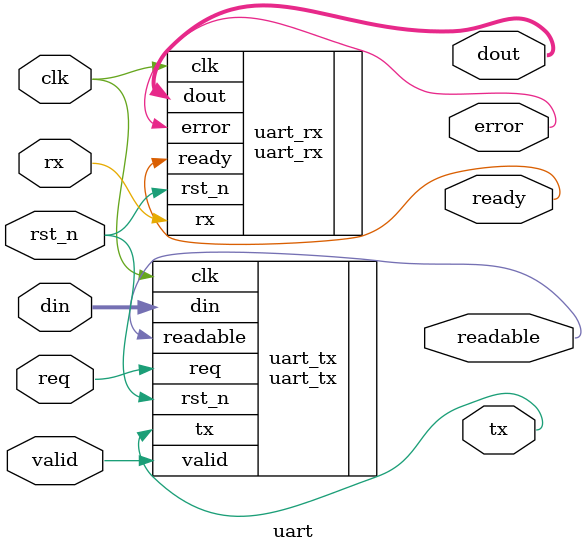
<source format=sv>
`timescale 1ns / 1ps


module uart(
            input  clk,
            input  rst_n, 
            input  req, 
            input  rx, 
            input valid,
            input  [63:0] din,
            output  error, 
            output tx,
            output  [63:0] dout,
            output   ready,
            output readable
            
            );
 

uart_tx uart_tx(.clk(clk),
                .rst_n(rst_n),
                .req(req),
                .din(din),
                .tx(tx),
                .readable(readable),
                .valid(valid));
 
uart_rx uart_rx(.clk(clk),
                .rst_n(rst_n),
                .rx(rx),
                .error(error),
                .dout(dout),
                .ready(ready));
 
endmodule

</source>
